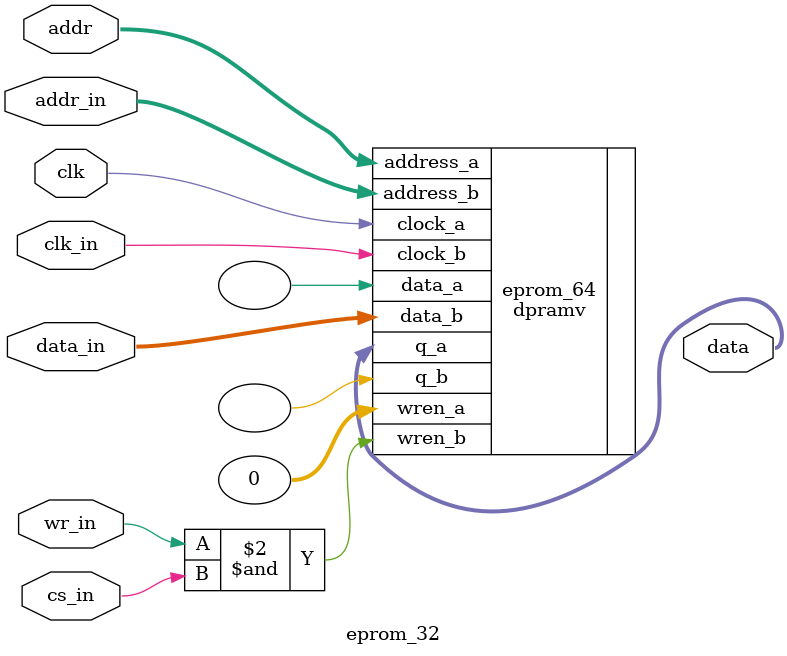
<source format=sv>


module download_selector
(
	input logic [24:0] ioctl_addr,
	output logic h0_cs, h1_cs, l0_cs, l1_cs,
	output logic [3:0] gfx_a_cs,
	output logic [3:0] gfx_b_cs
);

	always_comb begin
		{h0_cs, h1_cs, l0_cs, l1_cs} = 0;
		gfx_a_cs = 0;
		gfx_b_cs = 0;

		if(ioctl_addr < 'h10000)
			h0_cs = 1;
		else if(ioctl_addr < 'h20000)
			l0_cs = 1;
		else if(ioctl_addr < 'h30000)
			h1_cs = 1;
		else if(ioctl_addr < 'h40000)
			l1_cs = 1;
		else if(ioctl_addr < 'h48000)
			gfx_a_cs[0] = 1;
		else if(ioctl_addr < 'h50000)
			gfx_a_cs[1] = 1;
		else if(ioctl_addr < 'h58000)
			gfx_a_cs[2] = 1;
		else if(ioctl_addr < 'h60000)
			gfx_a_cs[3] = 1;
		else if(ioctl_addr < 'h68000)
			gfx_b_cs[0] = 1;
		else if(ioctl_addr < 'h70000)
			gfx_b_cs[1] = 1;
		else if(ioctl_addr < 'h78000)
			gfx_b_cs[2] = 1;
		else if(ioctl_addr < 'h80000)
			gfx_b_cs[3] = 1;

	end
endmodule

module eprom_64
(
	input logic        clk,
	input logic [15:0] addr,
	output logic [7:0] data,


	input logic        clk_in,
	input logic [15:0] addr_in,
	input logic [7:0]  data_in,
	input logic        cs_in,
	input logic        wr_in
);
	dpramv #(.widthad_a(16)) eprom_64
	(
		.clock_a(clk),
		.address_a(addr),
		.q_a(data),
        .wren_a(0),
        .data_a(),

		.clock_b(clk_in),
		.address_b(addr_in),
		.data_b(data_in),
		.wren_b(wr_in & cs_in),
        .q_b()
	);
endmodule

module eprom_32
(
	input logic        clk,
	input logic [14:0] addr,
	output logic [7:0] data,


	input logic        clk_in,
	input logic [14:0] addr_in,
	input logic [7:0]  data_in,
	input logic        cs_in,
	input logic        wr_in
);
	dpramv #(.widthad_a(15)) eprom_64
	(
		.clock_a(clk),
		.address_a(addr),
		.q_a(data),
        .wren_a(0),
        .data_a(),

		.clock_b(clk_in),
		.address_b(addr_in),
		.data_b(data_in),
		.wren_b(wr_in & cs_in),
        .q_b()
	);
endmodule

</source>
